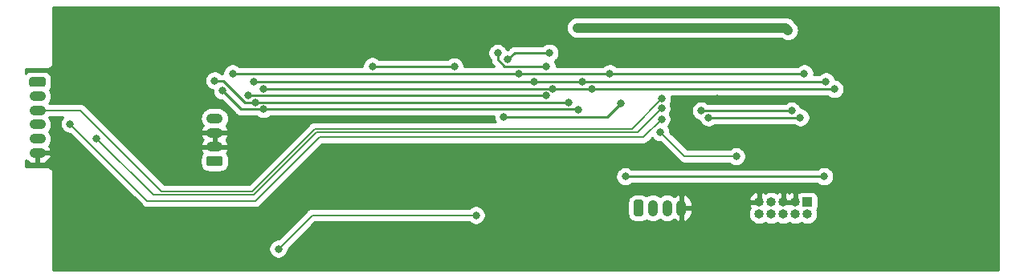
<source format=gbr>
%TF.GenerationSoftware,KiCad,Pcbnew,(5.1.9)-1*%
%TF.CreationDate,2021-09-30T20:50:23+03:00*%
%TF.ProjectId,jantteri-hit-detector,6a616e74-7465-4726-992d-6869742d6465,rev?*%
%TF.SameCoordinates,Original*%
%TF.FileFunction,Copper,L2,Bot*%
%TF.FilePolarity,Positive*%
%FSLAX46Y46*%
G04 Gerber Fmt 4.6, Leading zero omitted, Abs format (unit mm)*
G04 Created by KiCad (PCBNEW (5.1.9)-1) date 2021-09-30 20:50:23*
%MOMM*%
%LPD*%
G01*
G04 APERTURE LIST*
%TA.AperFunction,ComponentPad*%
%ADD10O,1.730000X1.030000*%
%TD*%
%TA.AperFunction,ComponentPad*%
%ADD11R,1.000000X1.000000*%
%TD*%
%TA.AperFunction,ComponentPad*%
%ADD12O,1.000000X1.000000*%
%TD*%
%TA.AperFunction,ComponentPad*%
%ADD13O,1.030000X1.730000*%
%TD*%
%TA.AperFunction,ViaPad*%
%ADD14C,0.800000*%
%TD*%
%TA.AperFunction,Conductor*%
%ADD15C,1.000000*%
%TD*%
%TA.AperFunction,Conductor*%
%ADD16C,0.200000*%
%TD*%
%TA.AperFunction,Conductor*%
%ADD17C,0.250000*%
%TD*%
%TA.AperFunction,Conductor*%
%ADD18C,0.254000*%
%TD*%
%TA.AperFunction,Conductor*%
%ADD19C,0.100000*%
%TD*%
G04 APERTURE END LIST*
%TO.P,J1,1*%
%TO.N,+12V*%
%TA.AperFunction,ComponentPad*%
G36*
G01*
X61868999Y-33418000D02*
X63099001Y-33418000D01*
G75*
G02*
X63349000Y-33667999I0J-249999D01*
G01*
X63349000Y-34198001D01*
G75*
G02*
X63099001Y-34448000I-249999J0D01*
G01*
X61868999Y-34448000D01*
G75*
G02*
X61619000Y-34198001I0J249999D01*
G01*
X61619000Y-33667999D01*
G75*
G02*
X61868999Y-33418000I249999J0D01*
G01*
G37*
%TD.AperFunction*%
D10*
%TO.P,J1,2*%
%TO.N,VCC*%
X62484000Y-35433000D03*
%TO.P,J1,3*%
%TO.N,HIT_INT*%
X62484000Y-36933000D03*
%TO.P,J1,4*%
%TO.N,HIT_SCL*%
X62484000Y-38433000D03*
%TO.P,J1,5*%
%TO.N,HIT_SDA*%
X62484000Y-39933000D03*
%TO.P,J1,6*%
%TO.N,GND*%
X62484000Y-41433000D03*
%TD*%
D11*
%TO.P,J2,1*%
%TO.N,+3V3*%
X143637000Y-46609000D03*
D12*
%TO.P,J2,2*%
%TO.N,/10pinARM/SWDIO*%
X143637000Y-47879000D03*
%TO.P,J2,3*%
%TO.N,GND*%
X142367000Y-46609000D03*
%TO.P,J2,4*%
%TO.N,/10pinARM/SWCLK*%
X142367000Y-47879000D03*
%TO.P,J2,5*%
%TO.N,GND*%
X141097000Y-46609000D03*
%TO.P,J2,6*%
%TO.N,/10pinARM/SWO*%
X141097000Y-47879000D03*
%TO.P,J2,7*%
%TO.N,Net-(J2-Pad7)*%
X139827000Y-46609000D03*
%TO.P,J2,8*%
%TO.N,Net-(J2-Pad8)*%
X139827000Y-47879000D03*
%TO.P,J2,9*%
%TO.N,GND*%
X138557000Y-46609000D03*
%TO.P,J2,10*%
%TO.N,/10pinARM/NRST*%
X138557000Y-47879000D03*
%TD*%
%TO.P,J3,1*%
%TO.N,/jst-dbg/DBG_TX*%
%TA.AperFunction,ComponentPad*%
G36*
G01*
X125342000Y-47859001D02*
X125342000Y-46628999D01*
G75*
G02*
X125591999Y-46379000I249999J0D01*
G01*
X126122001Y-46379000D01*
G75*
G02*
X126372000Y-46628999I0J-249999D01*
G01*
X126372000Y-47859001D01*
G75*
G02*
X126122001Y-48109000I-249999J0D01*
G01*
X125591999Y-48109000D01*
G75*
G02*
X125342000Y-47859001I0J249999D01*
G01*
G37*
%TD.AperFunction*%
D13*
%TO.P,J3,2*%
%TO.N,/jst-dbg/DBG_RX*%
X127357000Y-47244000D03*
%TO.P,J3,3*%
%TO.N,USB-5V*%
X128857000Y-47244000D03*
%TO.P,J3,4*%
%TO.N,GND*%
X130357000Y-47244000D03*
%TD*%
D10*
%TO.P,J4,4*%
%TO.N,+12V*%
X81153000Y-37791000D03*
%TO.P,J4,3*%
%TO.N,GND*%
X81153000Y-39291000D03*
%TO.P,J4,2*%
X81153000Y-40791000D03*
%TO.P,J4,1*%
%TO.N,Net-(J4-Pad1)*%
%TA.AperFunction,ComponentPad*%
G36*
G01*
X81768001Y-42806000D02*
X80537999Y-42806000D01*
G75*
G02*
X80288000Y-42556001I0J249999D01*
G01*
X80288000Y-42025999D01*
G75*
G02*
X80537999Y-41776000I249999J0D01*
G01*
X81768001Y-41776000D01*
G75*
G02*
X82018000Y-42025999I0J-249999D01*
G01*
X82018000Y-42556001D01*
G75*
G02*
X81768001Y-42806000I-249999J0D01*
G01*
G37*
%TD.AperFunction*%
%TD*%
D14*
%TO.N,GND*%
X128524000Y-26543000D03*
X130810000Y-26543000D03*
X132842000Y-26543000D03*
X134747000Y-26543000D03*
X136652000Y-26543000D03*
X137160000Y-35814000D03*
X134112000Y-35687000D03*
X134874000Y-39751000D03*
X139319000Y-39751000D03*
X134493000Y-45339000D03*
X133858000Y-50038000D03*
X113538000Y-43180000D03*
X118745000Y-43180000D03*
X118745000Y-46609000D03*
X113411000Y-46609000D03*
X115062000Y-52578000D03*
X118364000Y-52578000D03*
X121793000Y-52578000D03*
X124841000Y-52578000D03*
X152908000Y-29972000D03*
X159639000Y-30099000D03*
X151765000Y-50419000D03*
X160020000Y-50673000D03*
X152908000Y-39497000D03*
X160401000Y-39497000D03*
X67437000Y-28829000D03*
X71374000Y-28829000D03*
X74930000Y-28829000D03*
X78613000Y-28956000D03*
X67437000Y-51181000D03*
X71882000Y-51181000D03*
X76327000Y-51181000D03*
X80518000Y-51181000D03*
X94869000Y-41656000D03*
X96901000Y-43053000D03*
X97028000Y-41021000D03*
X90424000Y-45339000D03*
X87630000Y-46990000D03*
X87249000Y-40767000D03*
X85344000Y-42799000D03*
X88519000Y-26543000D03*
X91948000Y-26543000D03*
X95250000Y-26543000D03*
X100330000Y-26543000D03*
X104394000Y-26543000D03*
X108585000Y-26543000D03*
X117729000Y-26416000D03*
X119761000Y-26416000D03*
X121666000Y-26416000D03*
X93408500Y-30543500D03*
X77978000Y-40259000D03*
X83947000Y-38227000D03*
X78613000Y-35179000D03*
X85090000Y-29337000D03*
X85852000Y-30861000D03*
X114681000Y-29337000D03*
X116141500Y-29527500D03*
X146367500Y-30099000D03*
X146304000Y-31051500D03*
%TO.N,+3V3*%
X119380000Y-28194000D03*
X141605000Y-28448000D03*
%TO.N,VCC*%
X87884000Y-51562000D03*
X108712000Y-48006000D03*
%TO.N,HIT_INT*%
X128319183Y-35705146D03*
%TO.N,HIT_SCL*%
X65913000Y-38354000D03*
X128270000Y-37846000D03*
%TO.N,HIT_SDA*%
X128275999Y-36738280D03*
X68707000Y-39878000D03*
%TO.N,/10pinARM/NRST*%
X128143000Y-39243000D03*
X136144000Y-41783000D03*
%TO.N,KX_SCLK*%
X122809000Y-33020000D03*
X83058000Y-33020000D03*
X113220500Y-33020000D03*
X143319500Y-33020000D03*
%TO.N,KX_MOSI*%
X120941000Y-34634000D03*
X86270000Y-34634000D03*
X116813500Y-34634000D03*
X146494500Y-34671000D03*
%TO.N,LED_DATA_3V3*%
X123952000Y-36195000D03*
X111633000Y-37592000D03*
X106426000Y-32295000D03*
X97790000Y-32258000D03*
%TO.N,KX_MISO*%
X119888000Y-33909000D03*
X85280500Y-33909000D03*
X114808000Y-33909000D03*
X145605500Y-33882500D03*
%TO.N,KX1_INT1*%
X86332706Y-36809000D03*
X119507000Y-36830000D03*
X81978500Y-34861500D03*
%TO.N,KX1_INT2*%
X118491000Y-36068000D03*
X85503715Y-36084000D03*
X81153000Y-33782000D03*
%TO.N,KX1_CS*%
X84709000Y-35359000D03*
X116078000Y-35359000D03*
%TO.N,KX2_INT2*%
X116141500Y-32295000D03*
X110998000Y-30861000D03*
%TO.N,KX3_CS*%
X124460000Y-43905000D03*
X145415000Y-43905000D03*
%TO.N,KX2_INT1*%
X116459000Y-30844999D03*
X112077500Y-31559500D03*
%TO.N,KX3_INT1*%
X133229223Y-37682000D03*
X142901500Y-37682000D03*
%TO.N,KX3_INT2*%
X132461000Y-36957000D03*
X141986000Y-36957000D03*
%TD*%
D15*
%TO.N,+3V3*%
X141351000Y-28194000D02*
X141605000Y-28448000D01*
X119380000Y-28194000D02*
X141351000Y-28194000D01*
D16*
%TO.N,VCC*%
X91440000Y-48006000D02*
X108712000Y-48006000D01*
X87884000Y-51562000D02*
X91440000Y-48006000D01*
%TO.N,HIT_INT*%
X128319183Y-35705146D02*
X125162329Y-38862000D01*
X125162329Y-38862000D02*
X91694000Y-38862000D01*
X91694000Y-38862000D02*
X85090000Y-45466000D01*
X85090000Y-45466000D02*
X75565000Y-45466000D01*
X67032000Y-36933000D02*
X62484000Y-36933000D01*
X75565000Y-45466000D02*
X67032000Y-36933000D01*
%TO.N,HIT_SCL*%
X65913000Y-38354000D02*
X74041000Y-46482000D01*
X74041000Y-46482000D02*
X85471000Y-46482000D01*
X85471000Y-46482000D02*
X92202000Y-39751000D01*
X126365000Y-39751000D02*
X128270000Y-37846000D01*
X92202000Y-39751000D02*
X126365000Y-39751000D01*
%TO.N,HIT_SDA*%
X128275999Y-36738280D02*
X125752269Y-39262010D01*
X125752269Y-39262010D02*
X91859688Y-39262010D01*
X74695010Y-45866010D02*
X68707000Y-39878000D01*
X85255689Y-45866010D02*
X74695010Y-45866010D01*
X91859688Y-39262010D02*
X85255689Y-45866010D01*
%TO.N,/10pinARM/NRST*%
X128143000Y-39243000D02*
X130683000Y-41783000D01*
X130683000Y-41783000D02*
X136144000Y-41783000D01*
D17*
%TO.N,KX_SCLK*%
X122809000Y-33020000D02*
X141478000Y-33020000D01*
X111633000Y-33020000D02*
X113220500Y-33020000D01*
X83058000Y-33020000D02*
X111633000Y-33020000D01*
X113220500Y-33020000D02*
X122809000Y-33020000D01*
X141478000Y-33020000D02*
X143319500Y-33020000D01*
%TO.N,KX_MOSI*%
X113277777Y-34634000D02*
X86270000Y-34634000D01*
X116813500Y-34634000D02*
X113277777Y-34634000D01*
X120941000Y-34634000D02*
X116813500Y-34634000D01*
X146457500Y-34634000D02*
X146494500Y-34671000D01*
X120941000Y-34634000D02*
X146457500Y-34634000D01*
%TO.N,LED_DATA_3V3*%
X122555000Y-37592000D02*
X111633000Y-37592000D01*
X123952000Y-36195000D02*
X122555000Y-37592000D01*
X97827000Y-32295000D02*
X97790000Y-32258000D01*
X106426000Y-32295000D02*
X97827000Y-32295000D01*
%TO.N,KX_MISO*%
X119888000Y-33909000D02*
X144145000Y-33909000D01*
X85280500Y-33909000D02*
X114046000Y-33909000D01*
X119888000Y-33909000D02*
X114808000Y-33909000D01*
X114046000Y-33909000D02*
X114808000Y-33909000D01*
X145579000Y-33909000D02*
X145605500Y-33882500D01*
X144145000Y-33909000D02*
X145579000Y-33909000D01*
%TO.N,KX1_INT1*%
X119486000Y-36809000D02*
X119507000Y-36830000D01*
X86332706Y-36809000D02*
X119486000Y-36809000D01*
X83926000Y-36809000D02*
X81978500Y-34861500D01*
X86332706Y-36809000D02*
X83926000Y-36809000D01*
%TO.N,KX1_INT2*%
X118475000Y-36084000D02*
X118491000Y-36068000D01*
X85503715Y-36084000D02*
X118475000Y-36084000D01*
X82058998Y-33782000D02*
X81153000Y-33782000D01*
X84360999Y-36084001D02*
X82058998Y-33782000D01*
X85503715Y-36084000D02*
X84360999Y-36084001D01*
%TO.N,KX1_CS*%
X116078000Y-35359000D02*
X84709000Y-35359000D01*
%TO.N,KX2_INT2*%
X116141500Y-32295000D02*
X111733500Y-32295000D01*
X110998000Y-31559500D02*
X110998000Y-30861000D01*
X111733500Y-32295000D02*
X110998000Y-31559500D01*
%TO.N,KX3_CS*%
X124460000Y-43905000D02*
X145415000Y-43905000D01*
%TO.N,KX2_INT1*%
X112792001Y-30844999D02*
X112077500Y-31559500D01*
X116459000Y-30844999D02*
X112792001Y-30844999D01*
%TO.N,KX3_INT1*%
X142944723Y-37725223D02*
X142901500Y-37682000D01*
X133229223Y-37682000D02*
X142901500Y-37682000D01*
%TO.N,KX3_INT2*%
X141986000Y-36957000D02*
X132461000Y-36957000D01*
%TD*%
D18*
%TO.N,GND*%
X163805001Y-53823000D02*
X64160000Y-53823000D01*
X64160000Y-51460061D01*
X86849000Y-51460061D01*
X86849000Y-51663939D01*
X86888774Y-51863898D01*
X86966795Y-52052256D01*
X87080063Y-52221774D01*
X87224226Y-52365937D01*
X87393744Y-52479205D01*
X87582102Y-52557226D01*
X87782061Y-52597000D01*
X87985939Y-52597000D01*
X88185898Y-52557226D01*
X88374256Y-52479205D01*
X88543774Y-52365937D01*
X88687937Y-52221774D01*
X88801205Y-52052256D01*
X88879226Y-51863898D01*
X88919000Y-51663939D01*
X88919000Y-51566446D01*
X91744447Y-48741000D01*
X107983289Y-48741000D01*
X108052226Y-48809937D01*
X108221744Y-48923205D01*
X108410102Y-49001226D01*
X108610061Y-49041000D01*
X108813939Y-49041000D01*
X109013898Y-49001226D01*
X109202256Y-48923205D01*
X109371774Y-48809937D01*
X109515937Y-48665774D01*
X109629205Y-48496256D01*
X109707226Y-48307898D01*
X109747000Y-48107939D01*
X109747000Y-47904061D01*
X109707226Y-47704102D01*
X109629205Y-47515744D01*
X109515937Y-47346226D01*
X109371774Y-47202063D01*
X109202256Y-47088795D01*
X109013898Y-47010774D01*
X108813939Y-46971000D01*
X108610061Y-46971000D01*
X108410102Y-47010774D01*
X108221744Y-47088795D01*
X108052226Y-47202063D01*
X107983289Y-47271000D01*
X91476094Y-47271000D01*
X91439999Y-47267445D01*
X91403904Y-47271000D01*
X91403895Y-47271000D01*
X91295915Y-47281635D01*
X91157367Y-47323663D01*
X91029680Y-47391913D01*
X90917762Y-47483762D01*
X90894746Y-47511807D01*
X87879554Y-50527000D01*
X87782061Y-50527000D01*
X87582102Y-50566774D01*
X87393744Y-50644795D01*
X87224226Y-50758063D01*
X87080063Y-50902226D01*
X86966795Y-51071744D01*
X86888774Y-51260102D01*
X86849000Y-51460061D01*
X64160000Y-51460061D01*
X64160000Y-43593418D01*
X64163193Y-43561000D01*
X64150450Y-43431617D01*
X64112710Y-43307207D01*
X64051425Y-43192550D01*
X63968948Y-43092052D01*
X63868450Y-43009575D01*
X63753793Y-42948290D01*
X63629383Y-42910550D01*
X63532419Y-42901000D01*
X63500000Y-42897807D01*
X63467581Y-42901000D01*
X61239000Y-42901000D01*
X61239000Y-42164537D01*
X61389497Y-42318633D01*
X61576581Y-42446861D01*
X61785086Y-42536127D01*
X62007000Y-42583000D01*
X62357000Y-42583000D01*
X62357000Y-41560000D01*
X62611000Y-41560000D01*
X62611000Y-42583000D01*
X62961000Y-42583000D01*
X63182914Y-42536127D01*
X63391419Y-42446861D01*
X63578503Y-42318633D01*
X63736976Y-42156370D01*
X63860748Y-41966309D01*
X63943027Y-41737236D01*
X63817081Y-41560000D01*
X62611000Y-41560000D01*
X62357000Y-41560000D01*
X62337000Y-41560000D01*
X62337000Y-41306000D01*
X62357000Y-41306000D01*
X62357000Y-41286000D01*
X62611000Y-41286000D01*
X62611000Y-41306000D01*
X63817081Y-41306000D01*
X63943027Y-41128764D01*
X63860748Y-40899691D01*
X63736976Y-40709630D01*
X63708366Y-40680336D01*
X63794816Y-40574997D01*
X63901602Y-40375215D01*
X63967360Y-40158439D01*
X63989564Y-39933000D01*
X63967360Y-39707561D01*
X63901602Y-39490785D01*
X63794816Y-39291003D01*
X63706180Y-39183000D01*
X63794816Y-39074997D01*
X63901602Y-38875215D01*
X63967360Y-38658439D01*
X63989564Y-38433000D01*
X63967360Y-38207561D01*
X63901602Y-37990785D01*
X63794816Y-37791003D01*
X63706180Y-37683000D01*
X63718490Y-37668000D01*
X65135289Y-37668000D01*
X65109063Y-37694226D01*
X64995795Y-37863744D01*
X64917774Y-38052102D01*
X64878000Y-38252061D01*
X64878000Y-38455939D01*
X64917774Y-38655898D01*
X64995795Y-38844256D01*
X65109063Y-39013774D01*
X65253226Y-39157937D01*
X65422744Y-39271205D01*
X65611102Y-39349226D01*
X65811061Y-39389000D01*
X65908554Y-39389000D01*
X73495746Y-46976193D01*
X73518762Y-47004238D01*
X73630680Y-47096087D01*
X73758367Y-47164337D01*
X73882733Y-47202063D01*
X73896915Y-47206365D01*
X74041000Y-47220556D01*
X74077105Y-47217000D01*
X85434895Y-47217000D01*
X85471000Y-47220556D01*
X85507105Y-47217000D01*
X85615085Y-47206365D01*
X85753633Y-47164337D01*
X85881320Y-47096087D01*
X85993238Y-47004238D01*
X86016259Y-46976187D01*
X86363447Y-46628999D01*
X124703928Y-46628999D01*
X124703928Y-47859001D01*
X124720992Y-48032255D01*
X124771528Y-48198851D01*
X124853595Y-48352387D01*
X124964038Y-48486962D01*
X125098613Y-48597405D01*
X125252149Y-48679472D01*
X125418745Y-48730008D01*
X125591999Y-48747072D01*
X126122001Y-48747072D01*
X126295255Y-48730008D01*
X126461851Y-48679472D01*
X126615387Y-48597405D01*
X126691143Y-48535234D01*
X126715004Y-48554816D01*
X126914786Y-48661602D01*
X127131562Y-48727360D01*
X127357000Y-48749564D01*
X127582439Y-48727360D01*
X127799215Y-48661602D01*
X127998997Y-48554816D01*
X128107001Y-48466180D01*
X128215004Y-48554816D01*
X128414786Y-48661602D01*
X128631562Y-48727360D01*
X128857000Y-48749564D01*
X129082439Y-48727360D01*
X129299215Y-48661602D01*
X129498997Y-48554816D01*
X129604336Y-48468366D01*
X129633630Y-48496976D01*
X129823691Y-48620748D01*
X130052764Y-48703027D01*
X130230000Y-48577081D01*
X130230000Y-47371000D01*
X130484000Y-47371000D01*
X130484000Y-48577081D01*
X130661236Y-48703027D01*
X130890309Y-48620748D01*
X131080370Y-48496976D01*
X131242633Y-48338503D01*
X131370861Y-48151419D01*
X131460127Y-47942914D01*
X131497239Y-47767212D01*
X137422000Y-47767212D01*
X137422000Y-47990788D01*
X137465617Y-48210067D01*
X137551176Y-48416624D01*
X137675388Y-48602520D01*
X137833480Y-48760612D01*
X138019376Y-48884824D01*
X138225933Y-48970383D01*
X138445212Y-49014000D01*
X138668788Y-49014000D01*
X138888067Y-48970383D01*
X139094624Y-48884824D01*
X139192000Y-48819759D01*
X139289376Y-48884824D01*
X139495933Y-48970383D01*
X139715212Y-49014000D01*
X139938788Y-49014000D01*
X140158067Y-48970383D01*
X140364624Y-48884824D01*
X140462000Y-48819759D01*
X140559376Y-48884824D01*
X140765933Y-48970383D01*
X140985212Y-49014000D01*
X141208788Y-49014000D01*
X141428067Y-48970383D01*
X141634624Y-48884824D01*
X141732000Y-48819759D01*
X141829376Y-48884824D01*
X142035933Y-48970383D01*
X142255212Y-49014000D01*
X142478788Y-49014000D01*
X142698067Y-48970383D01*
X142904624Y-48884824D01*
X143002000Y-48819759D01*
X143099376Y-48884824D01*
X143305933Y-48970383D01*
X143525212Y-49014000D01*
X143748788Y-49014000D01*
X143968067Y-48970383D01*
X144174624Y-48884824D01*
X144360520Y-48760612D01*
X144518612Y-48602520D01*
X144642824Y-48416624D01*
X144728383Y-48210067D01*
X144772000Y-47990788D01*
X144772000Y-47767212D01*
X144728383Y-47547933D01*
X144682112Y-47436226D01*
X144726502Y-47353180D01*
X144762812Y-47233482D01*
X144775072Y-47109000D01*
X144775072Y-46109000D01*
X144762812Y-45984518D01*
X144726502Y-45864820D01*
X144667537Y-45754506D01*
X144588185Y-45657815D01*
X144491494Y-45578463D01*
X144381180Y-45519498D01*
X144261482Y-45483188D01*
X144137000Y-45470928D01*
X143137000Y-45470928D01*
X143012518Y-45483188D01*
X142892820Y-45519498D01*
X142803820Y-45567070D01*
X142723864Y-45531554D01*
X142668874Y-45514881D01*
X142494000Y-45641046D01*
X142494000Y-46482000D01*
X142498928Y-46482000D01*
X142498928Y-46736000D01*
X142494000Y-46736000D01*
X142494000Y-46747026D01*
X142478788Y-46744000D01*
X142255212Y-46744000D01*
X142240000Y-46747026D01*
X142240000Y-46736000D01*
X141224000Y-46736000D01*
X141224000Y-46747026D01*
X141208788Y-46744000D01*
X140985212Y-46744000D01*
X140970000Y-46747026D01*
X140970000Y-46736000D01*
X140958974Y-46736000D01*
X140962000Y-46720788D01*
X140962000Y-46497212D01*
X140958974Y-46482000D01*
X140970000Y-46482000D01*
X140970000Y-45641046D01*
X141224000Y-45641046D01*
X141224000Y-46482000D01*
X142240000Y-46482000D01*
X142240000Y-45641046D01*
X142065126Y-45514881D01*
X142010136Y-45531554D01*
X141806794Y-45621877D01*
X141732000Y-45674639D01*
X141657206Y-45621877D01*
X141453864Y-45531554D01*
X141398874Y-45514881D01*
X141224000Y-45641046D01*
X140970000Y-45641046D01*
X140795126Y-45514881D01*
X140740136Y-45531554D01*
X140536794Y-45621877D01*
X140466658Y-45671353D01*
X140364624Y-45603176D01*
X140158067Y-45517617D01*
X139938788Y-45474000D01*
X139715212Y-45474000D01*
X139495933Y-45517617D01*
X139289376Y-45603176D01*
X139187342Y-45671353D01*
X139117206Y-45621877D01*
X138913864Y-45531554D01*
X138858874Y-45514881D01*
X138684000Y-45641046D01*
X138684000Y-46482000D01*
X138695026Y-46482000D01*
X138692000Y-46497212D01*
X138692000Y-46720788D01*
X138695026Y-46736000D01*
X138684000Y-46736000D01*
X138684000Y-46747026D01*
X138668788Y-46744000D01*
X138445212Y-46744000D01*
X138430000Y-46747026D01*
X138430000Y-46736000D01*
X137587871Y-46736000D01*
X137462874Y-46910876D01*
X137542790Y-47118529D01*
X137619256Y-47239488D01*
X137551176Y-47341376D01*
X137465617Y-47547933D01*
X137422000Y-47767212D01*
X131497239Y-47767212D01*
X131507000Y-47721000D01*
X131507000Y-47371000D01*
X130484000Y-47371000D01*
X130230000Y-47371000D01*
X130210000Y-47371000D01*
X130210000Y-47117000D01*
X130230000Y-47117000D01*
X130230000Y-45910919D01*
X130484000Y-45910919D01*
X130484000Y-47117000D01*
X131507000Y-47117000D01*
X131507000Y-46767000D01*
X131460127Y-46545086D01*
X131370861Y-46336581D01*
X131350672Y-46307124D01*
X137462874Y-46307124D01*
X137587871Y-46482000D01*
X138430000Y-46482000D01*
X138430000Y-45641046D01*
X138255126Y-45514881D01*
X138200136Y-45531554D01*
X137996794Y-45621877D01*
X137814980Y-45750135D01*
X137661682Y-45911399D01*
X137542790Y-46099471D01*
X137462874Y-46307124D01*
X131350672Y-46307124D01*
X131242633Y-46149497D01*
X131080370Y-45991024D01*
X130890309Y-45867252D01*
X130661236Y-45784973D01*
X130484000Y-45910919D01*
X130230000Y-45910919D01*
X130052764Y-45784973D01*
X129823691Y-45867252D01*
X129633630Y-45991024D01*
X129604336Y-46019634D01*
X129498996Y-45933184D01*
X129299214Y-45826398D01*
X129082438Y-45760640D01*
X128857000Y-45738436D01*
X128631561Y-45760640D01*
X128414785Y-45826398D01*
X128215003Y-45933184D01*
X128107000Y-46021820D01*
X127998996Y-45933184D01*
X127799214Y-45826398D01*
X127582438Y-45760640D01*
X127357000Y-45738436D01*
X127131561Y-45760640D01*
X126914785Y-45826398D01*
X126715003Y-45933184D01*
X126691142Y-45952766D01*
X126615387Y-45890595D01*
X126461851Y-45808528D01*
X126295255Y-45757992D01*
X126122001Y-45740928D01*
X125591999Y-45740928D01*
X125418745Y-45757992D01*
X125252149Y-45808528D01*
X125098613Y-45890595D01*
X124964038Y-46001038D01*
X124853595Y-46135613D01*
X124771528Y-46289149D01*
X124720992Y-46455745D01*
X124703928Y-46628999D01*
X86363447Y-46628999D01*
X89189385Y-43803061D01*
X123425000Y-43803061D01*
X123425000Y-44006939D01*
X123464774Y-44206898D01*
X123542795Y-44395256D01*
X123656063Y-44564774D01*
X123800226Y-44708937D01*
X123969744Y-44822205D01*
X124158102Y-44900226D01*
X124358061Y-44940000D01*
X124561939Y-44940000D01*
X124761898Y-44900226D01*
X124950256Y-44822205D01*
X125119774Y-44708937D01*
X125163711Y-44665000D01*
X144711289Y-44665000D01*
X144755226Y-44708937D01*
X144924744Y-44822205D01*
X145113102Y-44900226D01*
X145313061Y-44940000D01*
X145516939Y-44940000D01*
X145716898Y-44900226D01*
X145905256Y-44822205D01*
X146074774Y-44708937D01*
X146218937Y-44564774D01*
X146332205Y-44395256D01*
X146410226Y-44206898D01*
X146450000Y-44006939D01*
X146450000Y-43803061D01*
X146410226Y-43603102D01*
X146332205Y-43414744D01*
X146218937Y-43245226D01*
X146074774Y-43101063D01*
X145905256Y-42987795D01*
X145716898Y-42909774D01*
X145516939Y-42870000D01*
X145313061Y-42870000D01*
X145113102Y-42909774D01*
X144924744Y-42987795D01*
X144755226Y-43101063D01*
X144711289Y-43145000D01*
X125163711Y-43145000D01*
X125119774Y-43101063D01*
X124950256Y-42987795D01*
X124761898Y-42909774D01*
X124561939Y-42870000D01*
X124358061Y-42870000D01*
X124158102Y-42909774D01*
X123969744Y-42987795D01*
X123800226Y-43101063D01*
X123656063Y-43245226D01*
X123542795Y-43414744D01*
X123464774Y-43603102D01*
X123425000Y-43803061D01*
X89189385Y-43803061D01*
X92506447Y-40486000D01*
X126328895Y-40486000D01*
X126365000Y-40489556D01*
X126401105Y-40486000D01*
X126509085Y-40475365D01*
X126647633Y-40433337D01*
X126775320Y-40365087D01*
X126887238Y-40273238D01*
X126910258Y-40245188D01*
X127304460Y-39850986D01*
X127339063Y-39902774D01*
X127483226Y-40046937D01*
X127652744Y-40160205D01*
X127841102Y-40238226D01*
X128041061Y-40278000D01*
X128138554Y-40278000D01*
X130137746Y-42277193D01*
X130160762Y-42305238D01*
X130272680Y-42397087D01*
X130400367Y-42465337D01*
X130538915Y-42507365D01*
X130646895Y-42518000D01*
X130646904Y-42518000D01*
X130682999Y-42521555D01*
X130719094Y-42518000D01*
X135415289Y-42518000D01*
X135484226Y-42586937D01*
X135653744Y-42700205D01*
X135842102Y-42778226D01*
X136042061Y-42818000D01*
X136245939Y-42818000D01*
X136445898Y-42778226D01*
X136634256Y-42700205D01*
X136803774Y-42586937D01*
X136947937Y-42442774D01*
X137061205Y-42273256D01*
X137139226Y-42084898D01*
X137179000Y-41884939D01*
X137179000Y-41681061D01*
X137139226Y-41481102D01*
X137061205Y-41292744D01*
X136947937Y-41123226D01*
X136803774Y-40979063D01*
X136634256Y-40865795D01*
X136445898Y-40787774D01*
X136245939Y-40748000D01*
X136042061Y-40748000D01*
X135842102Y-40787774D01*
X135653744Y-40865795D01*
X135484226Y-40979063D01*
X135415289Y-41048000D01*
X130987447Y-41048000D01*
X129178000Y-39238554D01*
X129178000Y-39141061D01*
X129138226Y-38941102D01*
X129060205Y-38752744D01*
X128966783Y-38612928D01*
X129073937Y-38505774D01*
X129187205Y-38336256D01*
X129265226Y-38147898D01*
X129305000Y-37947939D01*
X129305000Y-37744061D01*
X129265226Y-37544102D01*
X129187205Y-37355744D01*
X129147706Y-37296629D01*
X129193204Y-37228536D01*
X129271225Y-37040178D01*
X129308046Y-36855061D01*
X131426000Y-36855061D01*
X131426000Y-37058939D01*
X131465774Y-37258898D01*
X131543795Y-37447256D01*
X131657063Y-37616774D01*
X131801226Y-37760937D01*
X131970744Y-37874205D01*
X132159102Y-37952226D01*
X132230523Y-37966432D01*
X132233997Y-37983898D01*
X132312018Y-38172256D01*
X132425286Y-38341774D01*
X132569449Y-38485937D01*
X132738967Y-38599205D01*
X132927325Y-38677226D01*
X133127284Y-38717000D01*
X133331162Y-38717000D01*
X133531121Y-38677226D01*
X133719479Y-38599205D01*
X133888997Y-38485937D01*
X133932934Y-38442000D01*
X142197789Y-38442000D01*
X142241726Y-38485937D01*
X142411244Y-38599205D01*
X142599602Y-38677226D01*
X142799561Y-38717000D01*
X143003439Y-38717000D01*
X143203398Y-38677226D01*
X143391756Y-38599205D01*
X143561274Y-38485937D01*
X143705437Y-38341774D01*
X143818705Y-38172256D01*
X143896726Y-37983898D01*
X143936500Y-37783939D01*
X143936500Y-37580061D01*
X143896726Y-37380102D01*
X143818705Y-37191744D01*
X143705437Y-37022226D01*
X143561274Y-36878063D01*
X143391756Y-36764795D01*
X143203398Y-36686774D01*
X143003439Y-36647000D01*
X142977870Y-36647000D01*
X142903205Y-36466744D01*
X142789937Y-36297226D01*
X142645774Y-36153063D01*
X142476256Y-36039795D01*
X142287898Y-35961774D01*
X142087939Y-35922000D01*
X141884061Y-35922000D01*
X141684102Y-35961774D01*
X141495744Y-36039795D01*
X141326226Y-36153063D01*
X141282289Y-36197000D01*
X133164711Y-36197000D01*
X133120774Y-36153063D01*
X132951256Y-36039795D01*
X132762898Y-35961774D01*
X132562939Y-35922000D01*
X132359061Y-35922000D01*
X132159102Y-35961774D01*
X131970744Y-36039795D01*
X131801226Y-36153063D01*
X131657063Y-36297226D01*
X131543795Y-36466744D01*
X131465774Y-36655102D01*
X131426000Y-36855061D01*
X129308046Y-36855061D01*
X129310999Y-36840219D01*
X129310999Y-36636341D01*
X129271225Y-36436382D01*
X129196274Y-36255436D01*
X129236388Y-36195402D01*
X129314409Y-36007044D01*
X129354183Y-35807085D01*
X129354183Y-35603207D01*
X129314409Y-35403248D01*
X129310578Y-35394000D01*
X145753789Y-35394000D01*
X145834726Y-35474937D01*
X146004244Y-35588205D01*
X146192602Y-35666226D01*
X146392561Y-35706000D01*
X146596439Y-35706000D01*
X146796398Y-35666226D01*
X146984756Y-35588205D01*
X147154274Y-35474937D01*
X147298437Y-35330774D01*
X147411705Y-35161256D01*
X147489726Y-34972898D01*
X147529500Y-34772939D01*
X147529500Y-34569061D01*
X147489726Y-34369102D01*
X147411705Y-34180744D01*
X147298437Y-34011226D01*
X147154274Y-33867063D01*
X146984756Y-33753795D01*
X146796398Y-33675774D01*
X146612376Y-33639170D01*
X146600726Y-33580602D01*
X146522705Y-33392244D01*
X146409437Y-33222726D01*
X146265274Y-33078563D01*
X146095756Y-32965295D01*
X145907398Y-32887274D01*
X145707439Y-32847500D01*
X145503561Y-32847500D01*
X145303602Y-32887274D01*
X145115244Y-32965295D01*
X144945726Y-33078563D01*
X144875289Y-33149000D01*
X144349117Y-33149000D01*
X144354500Y-33121939D01*
X144354500Y-32918061D01*
X144314726Y-32718102D01*
X144236705Y-32529744D01*
X144123437Y-32360226D01*
X143979274Y-32216063D01*
X143809756Y-32102795D01*
X143621398Y-32024774D01*
X143421439Y-31985000D01*
X143217561Y-31985000D01*
X143017602Y-32024774D01*
X142829244Y-32102795D01*
X142659726Y-32216063D01*
X142615789Y-32260000D01*
X123512711Y-32260000D01*
X123468774Y-32216063D01*
X123299256Y-32102795D01*
X123110898Y-32024774D01*
X122910939Y-31985000D01*
X122707061Y-31985000D01*
X122507102Y-32024774D01*
X122318744Y-32102795D01*
X122149226Y-32216063D01*
X122105289Y-32260000D01*
X117176500Y-32260000D01*
X117176500Y-32193061D01*
X117136726Y-31993102D01*
X117058705Y-31804744D01*
X117005272Y-31724775D01*
X117118774Y-31648936D01*
X117262937Y-31504773D01*
X117376205Y-31335255D01*
X117454226Y-31146897D01*
X117494000Y-30946938D01*
X117494000Y-30743060D01*
X117454226Y-30543101D01*
X117376205Y-30354743D01*
X117262937Y-30185225D01*
X117118774Y-30041062D01*
X116949256Y-29927794D01*
X116760898Y-29849773D01*
X116560939Y-29809999D01*
X116357061Y-29809999D01*
X116157102Y-29849773D01*
X115968744Y-29927794D01*
X115799226Y-30041062D01*
X115755289Y-30084999D01*
X112829323Y-30084999D01*
X112792000Y-30081323D01*
X112754678Y-30084999D01*
X112754668Y-30084999D01*
X112643015Y-30095996D01*
X112499754Y-30139453D01*
X112367724Y-30210025D01*
X112284084Y-30278667D01*
X112252000Y-30304998D01*
X112228202Y-30333997D01*
X112037698Y-30524500D01*
X111978893Y-30524500D01*
X111915205Y-30370744D01*
X111801937Y-30201226D01*
X111657774Y-30057063D01*
X111488256Y-29943795D01*
X111299898Y-29865774D01*
X111099939Y-29826000D01*
X110896061Y-29826000D01*
X110696102Y-29865774D01*
X110507744Y-29943795D01*
X110338226Y-30057063D01*
X110194063Y-30201226D01*
X110080795Y-30370744D01*
X110002774Y-30559102D01*
X109963000Y-30759061D01*
X109963000Y-30962939D01*
X110002774Y-31162898D01*
X110080795Y-31351256D01*
X110194063Y-31520774D01*
X110234492Y-31561203D01*
X110238000Y-31596822D01*
X110238000Y-31596832D01*
X110248997Y-31708485D01*
X110286942Y-31833575D01*
X110292454Y-31851746D01*
X110363026Y-31983776D01*
X110389923Y-32016550D01*
X110457999Y-32099501D01*
X110487002Y-32123303D01*
X110623699Y-32260000D01*
X107461000Y-32260000D01*
X107461000Y-32193061D01*
X107421226Y-31993102D01*
X107343205Y-31804744D01*
X107229937Y-31635226D01*
X107085774Y-31491063D01*
X106916256Y-31377795D01*
X106727898Y-31299774D01*
X106527939Y-31260000D01*
X106324061Y-31260000D01*
X106124102Y-31299774D01*
X105935744Y-31377795D01*
X105766226Y-31491063D01*
X105722289Y-31535000D01*
X98530711Y-31535000D01*
X98449774Y-31454063D01*
X98280256Y-31340795D01*
X98091898Y-31262774D01*
X97891939Y-31223000D01*
X97688061Y-31223000D01*
X97488102Y-31262774D01*
X97299744Y-31340795D01*
X97130226Y-31454063D01*
X96986063Y-31598226D01*
X96872795Y-31767744D01*
X96794774Y-31956102D01*
X96755000Y-32156061D01*
X96755000Y-32260000D01*
X83761711Y-32260000D01*
X83717774Y-32216063D01*
X83548256Y-32102795D01*
X83359898Y-32024774D01*
X83159939Y-31985000D01*
X82956061Y-31985000D01*
X82756102Y-32024774D01*
X82567744Y-32102795D01*
X82398226Y-32216063D01*
X82254063Y-32360226D01*
X82140795Y-32529744D01*
X82062774Y-32718102D01*
X82023000Y-32918061D01*
X82023000Y-33021870D01*
X82021676Y-33022000D01*
X81856711Y-33022000D01*
X81812774Y-32978063D01*
X81643256Y-32864795D01*
X81454898Y-32786774D01*
X81254939Y-32747000D01*
X81051061Y-32747000D01*
X80851102Y-32786774D01*
X80662744Y-32864795D01*
X80493226Y-32978063D01*
X80349063Y-33122226D01*
X80235795Y-33291744D01*
X80157774Y-33480102D01*
X80118000Y-33680061D01*
X80118000Y-33883939D01*
X80157774Y-34083898D01*
X80235795Y-34272256D01*
X80349063Y-34441774D01*
X80493226Y-34585937D01*
X80662744Y-34699205D01*
X80851102Y-34777226D01*
X80943500Y-34795605D01*
X80943500Y-34963439D01*
X80983274Y-35163398D01*
X81061295Y-35351756D01*
X81174563Y-35521274D01*
X81318726Y-35665437D01*
X81488244Y-35778705D01*
X81676602Y-35856726D01*
X81876561Y-35896500D01*
X81938699Y-35896500D01*
X83362200Y-37320002D01*
X83385999Y-37349001D01*
X83414997Y-37372799D01*
X83501723Y-37443974D01*
X83587945Y-37490061D01*
X83633753Y-37514546D01*
X83777014Y-37558003D01*
X83888667Y-37569000D01*
X83888677Y-37569000D01*
X83926000Y-37572676D01*
X83963323Y-37569000D01*
X85628995Y-37569000D01*
X85672932Y-37612937D01*
X85842450Y-37726205D01*
X86030808Y-37804226D01*
X86230767Y-37844000D01*
X86434645Y-37844000D01*
X86634604Y-37804226D01*
X86822962Y-37726205D01*
X86992480Y-37612937D01*
X87036417Y-37569000D01*
X110598000Y-37569000D01*
X110598000Y-37693939D01*
X110637774Y-37893898D01*
X110715795Y-38082256D01*
X110745692Y-38127000D01*
X91730094Y-38127000D01*
X91693999Y-38123445D01*
X91657904Y-38127000D01*
X91657895Y-38127000D01*
X91549915Y-38137635D01*
X91411367Y-38179663D01*
X91283680Y-38247913D01*
X91171762Y-38339762D01*
X91148746Y-38367807D01*
X84785554Y-44731000D01*
X75869447Y-44731000D01*
X73164446Y-42025999D01*
X79649928Y-42025999D01*
X79649928Y-42556001D01*
X79666992Y-42729255D01*
X79717528Y-42895851D01*
X79799595Y-43049387D01*
X79910038Y-43183962D01*
X80044613Y-43294405D01*
X80198149Y-43376472D01*
X80364745Y-43427008D01*
X80537999Y-43444072D01*
X81768001Y-43444072D01*
X81941255Y-43427008D01*
X82107851Y-43376472D01*
X82261387Y-43294405D01*
X82395962Y-43183962D01*
X82506405Y-43049387D01*
X82588472Y-42895851D01*
X82639008Y-42729255D01*
X82656072Y-42556001D01*
X82656072Y-42025999D01*
X82639008Y-41852745D01*
X82588472Y-41686149D01*
X82506405Y-41532613D01*
X82443785Y-41456311D01*
X82529748Y-41324309D01*
X82612027Y-41095236D01*
X82486081Y-40918000D01*
X81280000Y-40918000D01*
X81280000Y-40938000D01*
X81026000Y-40938000D01*
X81026000Y-40918000D01*
X79819919Y-40918000D01*
X79693973Y-41095236D01*
X79776252Y-41324309D01*
X79862215Y-41456311D01*
X79799595Y-41532613D01*
X79717528Y-41686149D01*
X79666992Y-41852745D01*
X79649928Y-42025999D01*
X73164446Y-42025999D01*
X70733683Y-39595236D01*
X79693973Y-39595236D01*
X79776252Y-39824309D01*
X79900024Y-40014370D01*
X79926032Y-40041000D01*
X79900024Y-40067630D01*
X79776252Y-40257691D01*
X79693973Y-40486764D01*
X79819919Y-40664000D01*
X81026000Y-40664000D01*
X81026000Y-39418000D01*
X81280000Y-39418000D01*
X81280000Y-40664000D01*
X82486081Y-40664000D01*
X82612027Y-40486764D01*
X82529748Y-40257691D01*
X82405976Y-40067630D01*
X82379968Y-40041000D01*
X82405976Y-40014370D01*
X82529748Y-39824309D01*
X82612027Y-39595236D01*
X82486081Y-39418000D01*
X81280000Y-39418000D01*
X81026000Y-39418000D01*
X79819919Y-39418000D01*
X79693973Y-39595236D01*
X70733683Y-39595236D01*
X68929447Y-37791000D01*
X79647436Y-37791000D01*
X79669640Y-38016439D01*
X79735398Y-38233215D01*
X79842184Y-38432997D01*
X79928634Y-38538336D01*
X79900024Y-38567630D01*
X79776252Y-38757691D01*
X79693973Y-38986764D01*
X79819919Y-39164000D01*
X81026000Y-39164000D01*
X81026000Y-39144000D01*
X81280000Y-39144000D01*
X81280000Y-39164000D01*
X82486081Y-39164000D01*
X82612027Y-38986764D01*
X82529748Y-38757691D01*
X82405976Y-38567630D01*
X82377366Y-38538336D01*
X82463816Y-38432997D01*
X82570602Y-38233215D01*
X82636360Y-38016439D01*
X82658564Y-37791000D01*
X82636360Y-37565561D01*
X82570602Y-37348785D01*
X82463816Y-37149003D01*
X82320107Y-36973893D01*
X82144997Y-36830184D01*
X81945215Y-36723398D01*
X81728439Y-36657640D01*
X81559492Y-36641000D01*
X80746508Y-36641000D01*
X80577561Y-36657640D01*
X80360785Y-36723398D01*
X80161003Y-36830184D01*
X79985893Y-36973893D01*
X79842184Y-37149003D01*
X79735398Y-37348785D01*
X79669640Y-37565561D01*
X79647436Y-37791000D01*
X68929447Y-37791000D01*
X67577259Y-36438813D01*
X67554238Y-36410762D01*
X67442320Y-36318913D01*
X67314633Y-36250663D01*
X67176085Y-36208635D01*
X67068105Y-36198000D01*
X67032000Y-36194444D01*
X66995895Y-36198000D01*
X63718490Y-36198000D01*
X63706180Y-36183000D01*
X63794816Y-36074997D01*
X63901602Y-35875215D01*
X63967360Y-35658439D01*
X63989564Y-35433000D01*
X63967360Y-35207561D01*
X63901602Y-34990785D01*
X63794816Y-34791003D01*
X63775234Y-34767142D01*
X63837405Y-34691387D01*
X63919472Y-34537851D01*
X63970008Y-34371255D01*
X63987072Y-34198001D01*
X63987072Y-33667999D01*
X63970008Y-33494745D01*
X63919472Y-33328149D01*
X63837405Y-33174613D01*
X63726962Y-33040038D01*
X63592387Y-32929595D01*
X63438851Y-32847528D01*
X63272255Y-32796992D01*
X63099001Y-32779928D01*
X61868999Y-32779928D01*
X61695745Y-32796992D01*
X61529149Y-32847528D01*
X61375613Y-32929595D01*
X61241038Y-33040038D01*
X61239000Y-33042521D01*
X61239000Y-32537000D01*
X63467581Y-32537000D01*
X63500000Y-32540193D01*
X63532419Y-32537000D01*
X63629383Y-32527450D01*
X63753793Y-32489710D01*
X63868450Y-32428425D01*
X63968948Y-32345948D01*
X64051425Y-32245450D01*
X64112710Y-32130793D01*
X64150450Y-32006383D01*
X64163193Y-31877000D01*
X64160000Y-31844581D01*
X64160000Y-28194000D01*
X118239509Y-28194000D01*
X118261423Y-28416499D01*
X118326324Y-28630447D01*
X118431716Y-28827623D01*
X118573551Y-29000449D01*
X118746377Y-29142284D01*
X118943553Y-29247676D01*
X119157501Y-29312577D01*
X119324248Y-29329000D01*
X140889393Y-29329000D01*
X140971377Y-29396283D01*
X141168554Y-29501675D01*
X141382500Y-29566576D01*
X141604999Y-29588490D01*
X141827498Y-29566576D01*
X142041446Y-29501675D01*
X142238622Y-29396283D01*
X142411448Y-29254448D01*
X142553283Y-29081622D01*
X142658675Y-28884446D01*
X142723576Y-28670498D01*
X142745490Y-28447999D01*
X142723576Y-28225500D01*
X142658675Y-28011554D01*
X142553283Y-27814377D01*
X142446988Y-27684857D01*
X142192996Y-27430865D01*
X142157449Y-27387551D01*
X141984623Y-27245716D01*
X141787447Y-27140324D01*
X141573499Y-27075423D01*
X141406752Y-27059000D01*
X141406751Y-27059000D01*
X141351000Y-27053509D01*
X141295249Y-27059000D01*
X119324248Y-27059000D01*
X119157501Y-27075423D01*
X118943553Y-27140324D01*
X118746377Y-27245716D01*
X118573551Y-27387551D01*
X118431716Y-27560377D01*
X118326324Y-27757553D01*
X118261423Y-27971501D01*
X118239509Y-28194000D01*
X64160000Y-28194000D01*
X64160000Y-26060000D01*
X163805000Y-26060000D01*
X163805001Y-53823000D01*
%TA.AperFunction,Conductor*%
D19*
G36*
X163805001Y-53823000D02*
G01*
X64160000Y-53823000D01*
X64160000Y-51460061D01*
X86849000Y-51460061D01*
X86849000Y-51663939D01*
X86888774Y-51863898D01*
X86966795Y-52052256D01*
X87080063Y-52221774D01*
X87224226Y-52365937D01*
X87393744Y-52479205D01*
X87582102Y-52557226D01*
X87782061Y-52597000D01*
X87985939Y-52597000D01*
X88185898Y-52557226D01*
X88374256Y-52479205D01*
X88543774Y-52365937D01*
X88687937Y-52221774D01*
X88801205Y-52052256D01*
X88879226Y-51863898D01*
X88919000Y-51663939D01*
X88919000Y-51566446D01*
X91744447Y-48741000D01*
X107983289Y-48741000D01*
X108052226Y-48809937D01*
X108221744Y-48923205D01*
X108410102Y-49001226D01*
X108610061Y-49041000D01*
X108813939Y-49041000D01*
X109013898Y-49001226D01*
X109202256Y-48923205D01*
X109371774Y-48809937D01*
X109515937Y-48665774D01*
X109629205Y-48496256D01*
X109707226Y-48307898D01*
X109747000Y-48107939D01*
X109747000Y-47904061D01*
X109707226Y-47704102D01*
X109629205Y-47515744D01*
X109515937Y-47346226D01*
X109371774Y-47202063D01*
X109202256Y-47088795D01*
X109013898Y-47010774D01*
X108813939Y-46971000D01*
X108610061Y-46971000D01*
X108410102Y-47010774D01*
X108221744Y-47088795D01*
X108052226Y-47202063D01*
X107983289Y-47271000D01*
X91476094Y-47271000D01*
X91439999Y-47267445D01*
X91403904Y-47271000D01*
X91403895Y-47271000D01*
X91295915Y-47281635D01*
X91157367Y-47323663D01*
X91029680Y-47391913D01*
X90917762Y-47483762D01*
X90894746Y-47511807D01*
X87879554Y-50527000D01*
X87782061Y-50527000D01*
X87582102Y-50566774D01*
X87393744Y-50644795D01*
X87224226Y-50758063D01*
X87080063Y-50902226D01*
X86966795Y-51071744D01*
X86888774Y-51260102D01*
X86849000Y-51460061D01*
X64160000Y-51460061D01*
X64160000Y-43593418D01*
X64163193Y-43561000D01*
X64150450Y-43431617D01*
X64112710Y-43307207D01*
X64051425Y-43192550D01*
X63968948Y-43092052D01*
X63868450Y-43009575D01*
X63753793Y-42948290D01*
X63629383Y-42910550D01*
X63532419Y-42901000D01*
X63500000Y-42897807D01*
X63467581Y-42901000D01*
X61239000Y-42901000D01*
X61239000Y-42164537D01*
X61389497Y-42318633D01*
X61576581Y-42446861D01*
X61785086Y-42536127D01*
X62007000Y-42583000D01*
X62357000Y-42583000D01*
X62357000Y-41560000D01*
X62611000Y-41560000D01*
X62611000Y-42583000D01*
X62961000Y-42583000D01*
X63182914Y-42536127D01*
X63391419Y-42446861D01*
X63578503Y-42318633D01*
X63736976Y-42156370D01*
X63860748Y-41966309D01*
X63943027Y-41737236D01*
X63817081Y-41560000D01*
X62611000Y-41560000D01*
X62357000Y-41560000D01*
X62337000Y-41560000D01*
X62337000Y-41306000D01*
X62357000Y-41306000D01*
X62357000Y-41286000D01*
X62611000Y-41286000D01*
X62611000Y-41306000D01*
X63817081Y-41306000D01*
X63943027Y-41128764D01*
X63860748Y-40899691D01*
X63736976Y-40709630D01*
X63708366Y-40680336D01*
X63794816Y-40574997D01*
X63901602Y-40375215D01*
X63967360Y-40158439D01*
X63989564Y-39933000D01*
X63967360Y-39707561D01*
X63901602Y-39490785D01*
X63794816Y-39291003D01*
X63706180Y-39183000D01*
X63794816Y-39074997D01*
X63901602Y-38875215D01*
X63967360Y-38658439D01*
X63989564Y-38433000D01*
X63967360Y-38207561D01*
X63901602Y-37990785D01*
X63794816Y-37791003D01*
X63706180Y-37683000D01*
X63718490Y-37668000D01*
X65135289Y-37668000D01*
X65109063Y-37694226D01*
X64995795Y-37863744D01*
X64917774Y-38052102D01*
X64878000Y-38252061D01*
X64878000Y-38455939D01*
X64917774Y-38655898D01*
X64995795Y-38844256D01*
X65109063Y-39013774D01*
X65253226Y-39157937D01*
X65422744Y-39271205D01*
X65611102Y-39349226D01*
X65811061Y-39389000D01*
X65908554Y-39389000D01*
X73495746Y-46976193D01*
X73518762Y-47004238D01*
X73630680Y-47096087D01*
X73758367Y-47164337D01*
X73882733Y-47202063D01*
X73896915Y-47206365D01*
X74041000Y-47220556D01*
X74077105Y-47217000D01*
X85434895Y-47217000D01*
X85471000Y-47220556D01*
X85507105Y-47217000D01*
X85615085Y-47206365D01*
X85753633Y-47164337D01*
X85881320Y-47096087D01*
X85993238Y-47004238D01*
X86016259Y-46976187D01*
X86363447Y-46628999D01*
X124703928Y-46628999D01*
X124703928Y-47859001D01*
X124720992Y-48032255D01*
X124771528Y-48198851D01*
X124853595Y-48352387D01*
X124964038Y-48486962D01*
X125098613Y-48597405D01*
X125252149Y-48679472D01*
X125418745Y-48730008D01*
X125591999Y-48747072D01*
X126122001Y-48747072D01*
X126295255Y-48730008D01*
X126461851Y-48679472D01*
X126615387Y-48597405D01*
X126691143Y-48535234D01*
X126715004Y-48554816D01*
X126914786Y-48661602D01*
X127131562Y-48727360D01*
X127357000Y-48749564D01*
X127582439Y-48727360D01*
X127799215Y-48661602D01*
X127998997Y-48554816D01*
X128107001Y-48466180D01*
X128215004Y-48554816D01*
X128414786Y-48661602D01*
X128631562Y-48727360D01*
X128857000Y-48749564D01*
X129082439Y-48727360D01*
X129299215Y-48661602D01*
X129498997Y-48554816D01*
X129604336Y-48468366D01*
X129633630Y-48496976D01*
X129823691Y-48620748D01*
X130052764Y-48703027D01*
X130230000Y-48577081D01*
X130230000Y-47371000D01*
X130484000Y-47371000D01*
X130484000Y-48577081D01*
X130661236Y-48703027D01*
X130890309Y-48620748D01*
X131080370Y-48496976D01*
X131242633Y-48338503D01*
X131370861Y-48151419D01*
X131460127Y-47942914D01*
X131497239Y-47767212D01*
X137422000Y-47767212D01*
X137422000Y-47990788D01*
X137465617Y-48210067D01*
X137551176Y-48416624D01*
X137675388Y-48602520D01*
X137833480Y-48760612D01*
X138019376Y-48884824D01*
X138225933Y-48970383D01*
X138445212Y-49014000D01*
X138668788Y-49014000D01*
X138888067Y-48970383D01*
X139094624Y-48884824D01*
X139192000Y-48819759D01*
X139289376Y-48884824D01*
X139495933Y-48970383D01*
X139715212Y-49014000D01*
X139938788Y-49014000D01*
X140158067Y-48970383D01*
X140364624Y-48884824D01*
X140462000Y-48819759D01*
X140559376Y-48884824D01*
X140765933Y-48970383D01*
X140985212Y-49014000D01*
X141208788Y-49014000D01*
X141428067Y-48970383D01*
X141634624Y-48884824D01*
X141732000Y-48819759D01*
X141829376Y-48884824D01*
X142035933Y-48970383D01*
X142255212Y-49014000D01*
X142478788Y-49014000D01*
X142698067Y-48970383D01*
X142904624Y-48884824D01*
X143002000Y-48819759D01*
X143099376Y-48884824D01*
X143305933Y-48970383D01*
X143525212Y-49014000D01*
X143748788Y-49014000D01*
X143968067Y-48970383D01*
X144174624Y-48884824D01*
X144360520Y-48760612D01*
X144518612Y-48602520D01*
X144642824Y-48416624D01*
X144728383Y-48210067D01*
X144772000Y-47990788D01*
X144772000Y-47767212D01*
X144728383Y-47547933D01*
X144682112Y-47436226D01*
X144726502Y-47353180D01*
X144762812Y-47233482D01*
X144775072Y-47109000D01*
X144775072Y-46109000D01*
X144762812Y-45984518D01*
X144726502Y-45864820D01*
X144667537Y-45754506D01*
X144588185Y-45657815D01*
X144491494Y-45578463D01*
X144381180Y-45519498D01*
X144261482Y-45483188D01*
X144137000Y-45470928D01*
X143137000Y-45470928D01*
X143012518Y-45483188D01*
X142892820Y-45519498D01*
X142803820Y-45567070D01*
X142723864Y-45531554D01*
X142668874Y-45514881D01*
X142494000Y-45641046D01*
X142494000Y-46482000D01*
X142498928Y-46482000D01*
X142498928Y-46736000D01*
X142494000Y-46736000D01*
X142494000Y-46747026D01*
X142478788Y-46744000D01*
X142255212Y-46744000D01*
X142240000Y-46747026D01*
X142240000Y-46736000D01*
X141224000Y-46736000D01*
X141224000Y-46747026D01*
X141208788Y-46744000D01*
X140985212Y-46744000D01*
X140970000Y-46747026D01*
X140970000Y-46736000D01*
X140958974Y-46736000D01*
X140962000Y-46720788D01*
X140962000Y-46497212D01*
X140958974Y-46482000D01*
X140970000Y-46482000D01*
X140970000Y-45641046D01*
X141224000Y-45641046D01*
X141224000Y-46482000D01*
X142240000Y-46482000D01*
X142240000Y-45641046D01*
X142065126Y-45514881D01*
X142010136Y-45531554D01*
X141806794Y-45621877D01*
X141732000Y-45674639D01*
X141657206Y-45621877D01*
X141453864Y-45531554D01*
X141398874Y-45514881D01*
X141224000Y-45641046D01*
X140970000Y-45641046D01*
X140795126Y-45514881D01*
X140740136Y-45531554D01*
X140536794Y-45621877D01*
X140466658Y-45671353D01*
X140364624Y-45603176D01*
X140158067Y-45517617D01*
X139938788Y-45474000D01*
X139715212Y-45474000D01*
X139495933Y-45517617D01*
X139289376Y-45603176D01*
X139187342Y-45671353D01*
X139117206Y-45621877D01*
X138913864Y-45531554D01*
X138858874Y-45514881D01*
X138684000Y-45641046D01*
X138684000Y-46482000D01*
X138695026Y-46482000D01*
X138692000Y-46497212D01*
X138692000Y-46720788D01*
X138695026Y-46736000D01*
X138684000Y-46736000D01*
X138684000Y-46747026D01*
X138668788Y-46744000D01*
X138445212Y-46744000D01*
X138430000Y-46747026D01*
X138430000Y-46736000D01*
X137587871Y-46736000D01*
X137462874Y-46910876D01*
X137542790Y-47118529D01*
X137619256Y-47239488D01*
X137551176Y-47341376D01*
X137465617Y-47547933D01*
X137422000Y-47767212D01*
X131497239Y-47767212D01*
X131507000Y-47721000D01*
X131507000Y-47371000D01*
X130484000Y-47371000D01*
X130230000Y-47371000D01*
X130210000Y-47371000D01*
X130210000Y-47117000D01*
X130230000Y-47117000D01*
X130230000Y-45910919D01*
X130484000Y-45910919D01*
X130484000Y-47117000D01*
X131507000Y-47117000D01*
X131507000Y-46767000D01*
X131460127Y-46545086D01*
X131370861Y-46336581D01*
X131350672Y-46307124D01*
X137462874Y-46307124D01*
X137587871Y-46482000D01*
X138430000Y-46482000D01*
X138430000Y-45641046D01*
X138255126Y-45514881D01*
X138200136Y-45531554D01*
X137996794Y-45621877D01*
X137814980Y-45750135D01*
X137661682Y-45911399D01*
X137542790Y-46099471D01*
X137462874Y-46307124D01*
X131350672Y-46307124D01*
X131242633Y-46149497D01*
X131080370Y-45991024D01*
X130890309Y-45867252D01*
X130661236Y-45784973D01*
X130484000Y-45910919D01*
X130230000Y-45910919D01*
X130052764Y-45784973D01*
X129823691Y-45867252D01*
X129633630Y-45991024D01*
X129604336Y-46019634D01*
X129498996Y-45933184D01*
X129299214Y-45826398D01*
X129082438Y-45760640D01*
X128857000Y-45738436D01*
X128631561Y-45760640D01*
X128414785Y-45826398D01*
X128215003Y-45933184D01*
X128107000Y-46021820D01*
X127998996Y-45933184D01*
X127799214Y-45826398D01*
X127582438Y-45760640D01*
X127357000Y-45738436D01*
X127131561Y-45760640D01*
X126914785Y-45826398D01*
X126715003Y-45933184D01*
X126691142Y-45952766D01*
X126615387Y-45890595D01*
X126461851Y-45808528D01*
X126295255Y-45757992D01*
X126122001Y-45740928D01*
X125591999Y-45740928D01*
X125418745Y-45757992D01*
X125252149Y-45808528D01*
X125098613Y-45890595D01*
X124964038Y-46001038D01*
X124853595Y-46135613D01*
X124771528Y-46289149D01*
X124720992Y-46455745D01*
X124703928Y-46628999D01*
X86363447Y-46628999D01*
X89189385Y-43803061D01*
X123425000Y-43803061D01*
X123425000Y-44006939D01*
X123464774Y-44206898D01*
X123542795Y-44395256D01*
X123656063Y-44564774D01*
X123800226Y-44708937D01*
X123969744Y-44822205D01*
X124158102Y-44900226D01*
X124358061Y-44940000D01*
X124561939Y-44940000D01*
X124761898Y-44900226D01*
X124950256Y-44822205D01*
X125119774Y-44708937D01*
X125163711Y-44665000D01*
X144711289Y-44665000D01*
X144755226Y-44708937D01*
X144924744Y-44822205D01*
X145113102Y-44900226D01*
X145313061Y-44940000D01*
X145516939Y-44940000D01*
X145716898Y-44900226D01*
X145905256Y-44822205D01*
X146074774Y-44708937D01*
X146218937Y-44564774D01*
X146332205Y-44395256D01*
X146410226Y-44206898D01*
X146450000Y-44006939D01*
X146450000Y-43803061D01*
X146410226Y-43603102D01*
X146332205Y-43414744D01*
X146218937Y-43245226D01*
X146074774Y-43101063D01*
X145905256Y-42987795D01*
X145716898Y-42909774D01*
X145516939Y-42870000D01*
X145313061Y-42870000D01*
X145113102Y-42909774D01*
X144924744Y-42987795D01*
X144755226Y-43101063D01*
X144711289Y-43145000D01*
X125163711Y-43145000D01*
X125119774Y-43101063D01*
X124950256Y-42987795D01*
X124761898Y-42909774D01*
X124561939Y-42870000D01*
X124358061Y-42870000D01*
X124158102Y-42909774D01*
X123969744Y-42987795D01*
X123800226Y-43101063D01*
X123656063Y-43245226D01*
X123542795Y-43414744D01*
X123464774Y-43603102D01*
X123425000Y-43803061D01*
X89189385Y-43803061D01*
X92506447Y-40486000D01*
X126328895Y-40486000D01*
X126365000Y-40489556D01*
X126401105Y-40486000D01*
X126509085Y-40475365D01*
X126647633Y-40433337D01*
X126775320Y-40365087D01*
X126887238Y-40273238D01*
X126910258Y-40245188D01*
X127304460Y-39850986D01*
X127339063Y-39902774D01*
X127483226Y-40046937D01*
X127652744Y-40160205D01*
X127841102Y-40238226D01*
X128041061Y-40278000D01*
X128138554Y-40278000D01*
X130137746Y-42277193D01*
X130160762Y-42305238D01*
X130272680Y-42397087D01*
X130400367Y-42465337D01*
X130538915Y-42507365D01*
X130646895Y-42518000D01*
X130646904Y-42518000D01*
X130682999Y-42521555D01*
X130719094Y-42518000D01*
X135415289Y-42518000D01*
X135484226Y-42586937D01*
X135653744Y-42700205D01*
X135842102Y-42778226D01*
X136042061Y-42818000D01*
X136245939Y-42818000D01*
X136445898Y-42778226D01*
X136634256Y-42700205D01*
X136803774Y-42586937D01*
X136947937Y-42442774D01*
X137061205Y-42273256D01*
X137139226Y-42084898D01*
X137179000Y-41884939D01*
X137179000Y-41681061D01*
X137139226Y-41481102D01*
X137061205Y-41292744D01*
X136947937Y-41123226D01*
X136803774Y-40979063D01*
X136634256Y-40865795D01*
X136445898Y-40787774D01*
X136245939Y-40748000D01*
X136042061Y-40748000D01*
X135842102Y-40787774D01*
X135653744Y-40865795D01*
X135484226Y-40979063D01*
X135415289Y-41048000D01*
X130987447Y-41048000D01*
X129178000Y-39238554D01*
X129178000Y-39141061D01*
X129138226Y-38941102D01*
X129060205Y-38752744D01*
X128966783Y-38612928D01*
X129073937Y-38505774D01*
X129187205Y-38336256D01*
X129265226Y-38147898D01*
X129305000Y-37947939D01*
X129305000Y-37744061D01*
X129265226Y-37544102D01*
X129187205Y-37355744D01*
X129147706Y-37296629D01*
X129193204Y-37228536D01*
X129271225Y-37040178D01*
X129308046Y-36855061D01*
X131426000Y-36855061D01*
X131426000Y-37058939D01*
X131465774Y-37258898D01*
X131543795Y-37447256D01*
X131657063Y-37616774D01*
X131801226Y-37760937D01*
X131970744Y-37874205D01*
X132159102Y-37952226D01*
X132230523Y-37966432D01*
X132233997Y-37983898D01*
X132312018Y-38172256D01*
X132425286Y-38341774D01*
X132569449Y-38485937D01*
X132738967Y-38599205D01*
X132927325Y-38677226D01*
X133127284Y-38717000D01*
X133331162Y-38717000D01*
X133531121Y-38677226D01*
X133719479Y-38599205D01*
X133888997Y-38485937D01*
X133932934Y-38442000D01*
X142197789Y-38442000D01*
X142241726Y-38485937D01*
X142411244Y-38599205D01*
X142599602Y-38677226D01*
X142799561Y-38717000D01*
X143003439Y-38717000D01*
X143203398Y-38677226D01*
X143391756Y-38599205D01*
X143561274Y-38485937D01*
X143705437Y-38341774D01*
X143818705Y-38172256D01*
X143896726Y-37983898D01*
X143936500Y-37783939D01*
X143936500Y-37580061D01*
X143896726Y-37380102D01*
X143818705Y-37191744D01*
X143705437Y-37022226D01*
X143561274Y-36878063D01*
X143391756Y-36764795D01*
X143203398Y-36686774D01*
X143003439Y-36647000D01*
X142977870Y-36647000D01*
X142903205Y-36466744D01*
X142789937Y-36297226D01*
X142645774Y-36153063D01*
X142476256Y-36039795D01*
X142287898Y-35961774D01*
X142087939Y-35922000D01*
X141884061Y-35922000D01*
X141684102Y-35961774D01*
X141495744Y-36039795D01*
X141326226Y-36153063D01*
X141282289Y-36197000D01*
X133164711Y-36197000D01*
X133120774Y-36153063D01*
X132951256Y-36039795D01*
X132762898Y-35961774D01*
X132562939Y-35922000D01*
X132359061Y-35922000D01*
X132159102Y-35961774D01*
X131970744Y-36039795D01*
X131801226Y-36153063D01*
X131657063Y-36297226D01*
X131543795Y-36466744D01*
X131465774Y-36655102D01*
X131426000Y-36855061D01*
X129308046Y-36855061D01*
X129310999Y-36840219D01*
X129310999Y-36636341D01*
X129271225Y-36436382D01*
X129196274Y-36255436D01*
X129236388Y-36195402D01*
X129314409Y-36007044D01*
X129354183Y-35807085D01*
X129354183Y-35603207D01*
X129314409Y-35403248D01*
X129310578Y-35394000D01*
X145753789Y-35394000D01*
X145834726Y-35474937D01*
X146004244Y-35588205D01*
X146192602Y-35666226D01*
X146392561Y-35706000D01*
X146596439Y-35706000D01*
X146796398Y-35666226D01*
X146984756Y-35588205D01*
X147154274Y-35474937D01*
X147298437Y-35330774D01*
X147411705Y-35161256D01*
X147489726Y-34972898D01*
X147529500Y-34772939D01*
X147529500Y-34569061D01*
X147489726Y-34369102D01*
X147411705Y-34180744D01*
X147298437Y-34011226D01*
X147154274Y-33867063D01*
X146984756Y-33753795D01*
X146796398Y-33675774D01*
X146612376Y-33639170D01*
X146600726Y-33580602D01*
X146522705Y-33392244D01*
X146409437Y-33222726D01*
X146265274Y-33078563D01*
X146095756Y-32965295D01*
X145907398Y-32887274D01*
X145707439Y-32847500D01*
X145503561Y-32847500D01*
X145303602Y-32887274D01*
X145115244Y-32965295D01*
X144945726Y-33078563D01*
X144875289Y-33149000D01*
X144349117Y-33149000D01*
X144354500Y-33121939D01*
X144354500Y-32918061D01*
X144314726Y-32718102D01*
X144236705Y-32529744D01*
X144123437Y-32360226D01*
X143979274Y-32216063D01*
X143809756Y-32102795D01*
X143621398Y-32024774D01*
X143421439Y-31985000D01*
X143217561Y-31985000D01*
X143017602Y-32024774D01*
X142829244Y-32102795D01*
X142659726Y-32216063D01*
X142615789Y-32260000D01*
X123512711Y-32260000D01*
X123468774Y-32216063D01*
X123299256Y-32102795D01*
X123110898Y-32024774D01*
X122910939Y-31985000D01*
X122707061Y-31985000D01*
X122507102Y-32024774D01*
X122318744Y-32102795D01*
X122149226Y-32216063D01*
X122105289Y-32260000D01*
X117176500Y-32260000D01*
X117176500Y-32193061D01*
X117136726Y-31993102D01*
X117058705Y-31804744D01*
X117005272Y-31724775D01*
X117118774Y-31648936D01*
X117262937Y-31504773D01*
X117376205Y-31335255D01*
X117454226Y-31146897D01*
X117494000Y-30946938D01*
X117494000Y-30743060D01*
X117454226Y-30543101D01*
X117376205Y-30354743D01*
X117262937Y-30185225D01*
X117118774Y-30041062D01*
X116949256Y-29927794D01*
X116760898Y-29849773D01*
X116560939Y-29809999D01*
X116357061Y-29809999D01*
X116157102Y-29849773D01*
X115968744Y-29927794D01*
X115799226Y-30041062D01*
X115755289Y-30084999D01*
X112829323Y-30084999D01*
X112792000Y-30081323D01*
X112754678Y-30084999D01*
X112754668Y-30084999D01*
X112643015Y-30095996D01*
X112499754Y-30139453D01*
X112367724Y-30210025D01*
X112284084Y-30278667D01*
X112252000Y-30304998D01*
X112228202Y-30333997D01*
X112037698Y-30524500D01*
X111978893Y-30524500D01*
X111915205Y-30370744D01*
X111801937Y-30201226D01*
X111657774Y-30057063D01*
X111488256Y-29943795D01*
X111299898Y-29865774D01*
X111099939Y-29826000D01*
X110896061Y-29826000D01*
X110696102Y-29865774D01*
X110507744Y-29943795D01*
X110338226Y-30057063D01*
X110194063Y-30201226D01*
X110080795Y-30370744D01*
X110002774Y-30559102D01*
X109963000Y-30759061D01*
X109963000Y-30962939D01*
X110002774Y-31162898D01*
X110080795Y-31351256D01*
X110194063Y-31520774D01*
X110234492Y-31561203D01*
X110238000Y-31596822D01*
X110238000Y-31596832D01*
X110248997Y-31708485D01*
X110286942Y-31833575D01*
X110292454Y-31851746D01*
X110363026Y-31983776D01*
X110389923Y-32016550D01*
X110457999Y-32099501D01*
X110487002Y-32123303D01*
X110623699Y-32260000D01*
X107461000Y-32260000D01*
X107461000Y-32193061D01*
X107421226Y-31993102D01*
X107343205Y-31804744D01*
X107229937Y-31635226D01*
X107085774Y-31491063D01*
X106916256Y-31377795D01*
X106727898Y-31299774D01*
X106527939Y-31260000D01*
X106324061Y-31260000D01*
X106124102Y-31299774D01*
X105935744Y-31377795D01*
X105766226Y-31491063D01*
X105722289Y-31535000D01*
X98530711Y-31535000D01*
X98449774Y-31454063D01*
X98280256Y-31340795D01*
X98091898Y-31262774D01*
X97891939Y-31223000D01*
X97688061Y-31223000D01*
X97488102Y-31262774D01*
X97299744Y-31340795D01*
X97130226Y-31454063D01*
X96986063Y-31598226D01*
X96872795Y-31767744D01*
X96794774Y-31956102D01*
X96755000Y-32156061D01*
X96755000Y-32260000D01*
X83761711Y-32260000D01*
X83717774Y-32216063D01*
X83548256Y-32102795D01*
X83359898Y-32024774D01*
X83159939Y-31985000D01*
X82956061Y-31985000D01*
X82756102Y-32024774D01*
X82567744Y-32102795D01*
X82398226Y-32216063D01*
X82254063Y-32360226D01*
X82140795Y-32529744D01*
X82062774Y-32718102D01*
X82023000Y-32918061D01*
X82023000Y-33021870D01*
X82021676Y-33022000D01*
X81856711Y-33022000D01*
X81812774Y-32978063D01*
X81643256Y-32864795D01*
X81454898Y-32786774D01*
X81254939Y-32747000D01*
X81051061Y-32747000D01*
X80851102Y-32786774D01*
X80662744Y-32864795D01*
X80493226Y-32978063D01*
X80349063Y-33122226D01*
X80235795Y-33291744D01*
X80157774Y-33480102D01*
X80118000Y-33680061D01*
X80118000Y-33883939D01*
X80157774Y-34083898D01*
X80235795Y-34272256D01*
X80349063Y-34441774D01*
X80493226Y-34585937D01*
X80662744Y-34699205D01*
X80851102Y-34777226D01*
X80943500Y-34795605D01*
X80943500Y-34963439D01*
X80983274Y-35163398D01*
X81061295Y-35351756D01*
X81174563Y-35521274D01*
X81318726Y-35665437D01*
X81488244Y-35778705D01*
X81676602Y-35856726D01*
X81876561Y-35896500D01*
X81938699Y-35896500D01*
X83362200Y-37320002D01*
X83385999Y-37349001D01*
X83414997Y-37372799D01*
X83501723Y-37443974D01*
X83587945Y-37490061D01*
X83633753Y-37514546D01*
X83777014Y-37558003D01*
X83888667Y-37569000D01*
X83888677Y-37569000D01*
X83926000Y-37572676D01*
X83963323Y-37569000D01*
X85628995Y-37569000D01*
X85672932Y-37612937D01*
X85842450Y-37726205D01*
X86030808Y-37804226D01*
X86230767Y-37844000D01*
X86434645Y-37844000D01*
X86634604Y-37804226D01*
X86822962Y-37726205D01*
X86992480Y-37612937D01*
X87036417Y-37569000D01*
X110598000Y-37569000D01*
X110598000Y-37693939D01*
X110637774Y-37893898D01*
X110715795Y-38082256D01*
X110745692Y-38127000D01*
X91730094Y-38127000D01*
X91693999Y-38123445D01*
X91657904Y-38127000D01*
X91657895Y-38127000D01*
X91549915Y-38137635D01*
X91411367Y-38179663D01*
X91283680Y-38247913D01*
X91171762Y-38339762D01*
X91148746Y-38367807D01*
X84785554Y-44731000D01*
X75869447Y-44731000D01*
X73164446Y-42025999D01*
X79649928Y-42025999D01*
X79649928Y-42556001D01*
X79666992Y-42729255D01*
X79717528Y-42895851D01*
X79799595Y-43049387D01*
X79910038Y-43183962D01*
X80044613Y-43294405D01*
X80198149Y-43376472D01*
X80364745Y-43427008D01*
X80537999Y-43444072D01*
X81768001Y-43444072D01*
X81941255Y-43427008D01*
X82107851Y-43376472D01*
X82261387Y-43294405D01*
X82395962Y-43183962D01*
X82506405Y-43049387D01*
X82588472Y-42895851D01*
X82639008Y-42729255D01*
X82656072Y-42556001D01*
X82656072Y-42025999D01*
X82639008Y-41852745D01*
X82588472Y-41686149D01*
X82506405Y-41532613D01*
X82443785Y-41456311D01*
X82529748Y-41324309D01*
X82612027Y-41095236D01*
X82486081Y-40918000D01*
X81280000Y-40918000D01*
X81280000Y-40938000D01*
X81026000Y-40938000D01*
X81026000Y-40918000D01*
X79819919Y-40918000D01*
X79693973Y-41095236D01*
X79776252Y-41324309D01*
X79862215Y-41456311D01*
X79799595Y-41532613D01*
X79717528Y-41686149D01*
X79666992Y-41852745D01*
X79649928Y-42025999D01*
X73164446Y-42025999D01*
X70733683Y-39595236D01*
X79693973Y-39595236D01*
X79776252Y-39824309D01*
X79900024Y-40014370D01*
X79926032Y-40041000D01*
X79900024Y-40067630D01*
X79776252Y-40257691D01*
X79693973Y-40486764D01*
X79819919Y-40664000D01*
X81026000Y-40664000D01*
X81026000Y-39418000D01*
X81280000Y-39418000D01*
X81280000Y-40664000D01*
X82486081Y-40664000D01*
X82612027Y-40486764D01*
X82529748Y-40257691D01*
X82405976Y-40067630D01*
X82379968Y-40041000D01*
X82405976Y-40014370D01*
X82529748Y-39824309D01*
X82612027Y-39595236D01*
X82486081Y-39418000D01*
X81280000Y-39418000D01*
X81026000Y-39418000D01*
X79819919Y-39418000D01*
X79693973Y-39595236D01*
X70733683Y-39595236D01*
X68929447Y-37791000D01*
X79647436Y-37791000D01*
X79669640Y-38016439D01*
X79735398Y-38233215D01*
X79842184Y-38432997D01*
X79928634Y-38538336D01*
X79900024Y-38567630D01*
X79776252Y-38757691D01*
X79693973Y-38986764D01*
X79819919Y-39164000D01*
X81026000Y-39164000D01*
X81026000Y-39144000D01*
X81280000Y-39144000D01*
X81280000Y-39164000D01*
X82486081Y-39164000D01*
X82612027Y-38986764D01*
X82529748Y-38757691D01*
X82405976Y-38567630D01*
X82377366Y-38538336D01*
X82463816Y-38432997D01*
X82570602Y-38233215D01*
X82636360Y-38016439D01*
X82658564Y-37791000D01*
X82636360Y-37565561D01*
X82570602Y-37348785D01*
X82463816Y-37149003D01*
X82320107Y-36973893D01*
X82144997Y-36830184D01*
X81945215Y-36723398D01*
X81728439Y-36657640D01*
X81559492Y-36641000D01*
X80746508Y-36641000D01*
X80577561Y-36657640D01*
X80360785Y-36723398D01*
X80161003Y-36830184D01*
X79985893Y-36973893D01*
X79842184Y-37149003D01*
X79735398Y-37348785D01*
X79669640Y-37565561D01*
X79647436Y-37791000D01*
X68929447Y-37791000D01*
X67577259Y-36438813D01*
X67554238Y-36410762D01*
X67442320Y-36318913D01*
X67314633Y-36250663D01*
X67176085Y-36208635D01*
X67068105Y-36198000D01*
X67032000Y-36194444D01*
X66995895Y-36198000D01*
X63718490Y-36198000D01*
X63706180Y-36183000D01*
X63794816Y-36074997D01*
X63901602Y-35875215D01*
X63967360Y-35658439D01*
X63989564Y-35433000D01*
X63967360Y-35207561D01*
X63901602Y-34990785D01*
X63794816Y-34791003D01*
X63775234Y-34767142D01*
X63837405Y-34691387D01*
X63919472Y-34537851D01*
X63970008Y-34371255D01*
X63987072Y-34198001D01*
X63987072Y-33667999D01*
X63970008Y-33494745D01*
X63919472Y-33328149D01*
X63837405Y-33174613D01*
X63726962Y-33040038D01*
X63592387Y-32929595D01*
X63438851Y-32847528D01*
X63272255Y-32796992D01*
X63099001Y-32779928D01*
X61868999Y-32779928D01*
X61695745Y-32796992D01*
X61529149Y-32847528D01*
X61375613Y-32929595D01*
X61241038Y-33040038D01*
X61239000Y-33042521D01*
X61239000Y-32537000D01*
X63467581Y-32537000D01*
X63500000Y-32540193D01*
X63532419Y-32537000D01*
X63629383Y-32527450D01*
X63753793Y-32489710D01*
X63868450Y-32428425D01*
X63968948Y-32345948D01*
X64051425Y-32245450D01*
X64112710Y-32130793D01*
X64150450Y-32006383D01*
X64163193Y-31877000D01*
X64160000Y-31844581D01*
X64160000Y-28194000D01*
X118239509Y-28194000D01*
X118261423Y-28416499D01*
X118326324Y-28630447D01*
X118431716Y-28827623D01*
X118573551Y-29000449D01*
X118746377Y-29142284D01*
X118943553Y-29247676D01*
X119157501Y-29312577D01*
X119324248Y-29329000D01*
X140889393Y-29329000D01*
X140971377Y-29396283D01*
X141168554Y-29501675D01*
X141382500Y-29566576D01*
X141604999Y-29588490D01*
X141827498Y-29566576D01*
X142041446Y-29501675D01*
X142238622Y-29396283D01*
X142411448Y-29254448D01*
X142553283Y-29081622D01*
X142658675Y-28884446D01*
X142723576Y-28670498D01*
X142745490Y-28447999D01*
X142723576Y-28225500D01*
X142658675Y-28011554D01*
X142553283Y-27814377D01*
X142446988Y-27684857D01*
X142192996Y-27430865D01*
X142157449Y-27387551D01*
X141984623Y-27245716D01*
X141787447Y-27140324D01*
X141573499Y-27075423D01*
X141406752Y-27059000D01*
X141406751Y-27059000D01*
X141351000Y-27053509D01*
X141295249Y-27059000D01*
X119324248Y-27059000D01*
X119157501Y-27075423D01*
X118943553Y-27140324D01*
X118746377Y-27245716D01*
X118573551Y-27387551D01*
X118431716Y-27560377D01*
X118326324Y-27757553D01*
X118261423Y-27971501D01*
X118239509Y-28194000D01*
X64160000Y-28194000D01*
X64160000Y-26060000D01*
X163805000Y-26060000D01*
X163805001Y-53823000D01*
G37*
%TD.AperFunction*%
%TD*%
M02*

</source>
